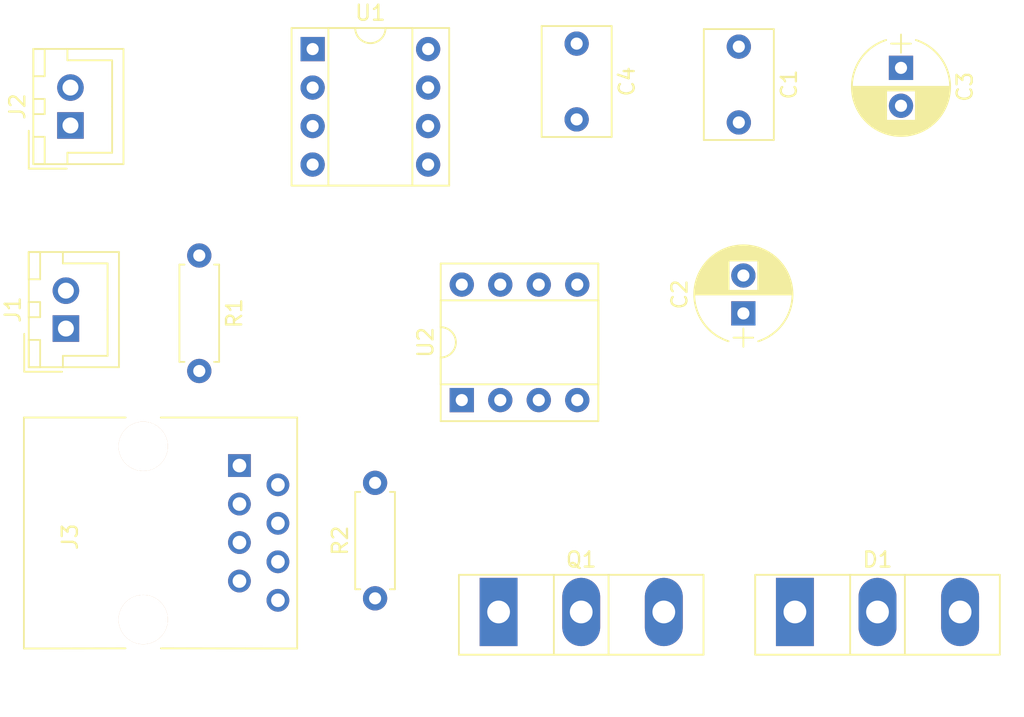
<source format=kicad_pcb>
(kicad_pcb (version 4) (host pcbnew 4.0.6)

  (general
    (links 23)
    (no_connects 23)
    (area 0 0 0 0)
    (thickness 1.6)
    (drawings 0)
    (tracks 0)
    (zones 0)
    (modules 13)
    (nets 22)
  )

  (page A4)
  (layers
    (0 F.Cu signal)
    (31 B.Cu signal)
    (32 B.Adhes user)
    (33 F.Adhes user)
    (34 B.Paste user)
    (35 F.Paste user)
    (36 B.SilkS user)
    (37 F.SilkS user)
    (38 B.Mask user)
    (39 F.Mask user)
    (40 Dwgs.User user)
    (41 Cmts.User user)
    (42 Eco1.User user)
    (43 Eco2.User user)
    (44 Edge.Cuts user)
    (45 Margin user)
    (46 B.CrtYd user)
    (47 F.CrtYd user)
    (48 B.Fab user)
    (49 F.Fab user)
  )

  (setup
    (last_trace_width 0.25)
    (trace_clearance 0.2)
    (zone_clearance 0.508)
    (zone_45_only no)
    (trace_min 0.2)
    (segment_width 0.2)
    (edge_width 0.15)
    (via_size 0.6)
    (via_drill 0.4)
    (via_min_size 0.4)
    (via_min_drill 0.3)
    (uvia_size 0.3)
    (uvia_drill 0.1)
    (uvias_allowed no)
    (uvia_min_size 0.2)
    (uvia_min_drill 0.1)
    (pcb_text_width 0.3)
    (pcb_text_size 1.5 1.5)
    (mod_edge_width 0.15)
    (mod_text_size 1 1)
    (mod_text_width 0.15)
    (pad_size 1.524 1.524)
    (pad_drill 0.762)
    (pad_to_mask_clearance 0.2)
    (aux_axis_origin 0 0)
    (visible_elements FFFFEF7F)
    (pcbplotparams
      (layerselection 0x00030_80000001)
      (usegerberextensions false)
      (excludeedgelayer true)
      (linewidth 0.100000)
      (plotframeref false)
      (viasonmask false)
      (mode 1)
      (useauxorigin false)
      (hpglpennumber 1)
      (hpglpenspeed 20)
      (hpglpendiameter 15)
      (hpglpenoverlay 2)
      (psnegative false)
      (psa4output false)
      (plotreference true)
      (plotvalue true)
      (plotinvisibletext false)
      (padsonsilk false)
      (subtractmaskfromsilk false)
      (outputformat 1)
      (mirror false)
      (drillshape 1)
      (scaleselection 1)
      (outputdirectory ""))
  )

  (net 0 "")
  (net 1 VCC_ISO)
  (net 2 GND_ISO)
  (net 3 "Net-(C2-Pad1)")
  (net 4 "Net-(D1-Pad1)")
  (net 5 "Net-(D1-Pad3)")
  (net 6 ARD_GND)
  (net 7 "Net-(J1-Pad2)")
  (net 8 VCC)
  (net 9 GND)
  (net 10 ARD_5V)
  (net 11 "Net-(J3-Pad2)")
  (net 12 ARD_PWM)
  (net 13 ARD_SRC_V)
  (net 14 ARD_TEMP)
  (net 15 "Net-(J3-Pad6)")
  (net 16 "Net-(J3-Pad7)")
  (net 17 "Net-(J4-Pad1)")
  (net 18 "Net-(R2-Pad2)")
  (net 19 "Net-(U2-Pad1)")
  (net 20 "Net-(U2-Pad7)")
  (net 21 "Net-(U2-Pad4)")

  (net_class Default "This is the default net class."
    (clearance 0.2)
    (trace_width 0.25)
    (via_dia 0.6)
    (via_drill 0.4)
    (uvia_dia 0.3)
    (uvia_drill 0.1)
    (add_net ARD_5V)
    (add_net ARD_GND)
    (add_net ARD_PWM)
    (add_net ARD_SRC_V)
    (add_net ARD_TEMP)
    (add_net GND)
    (add_net GND_ISO)
    (add_net "Net-(C2-Pad1)")
    (add_net "Net-(D1-Pad1)")
    (add_net "Net-(D1-Pad3)")
    (add_net "Net-(J1-Pad2)")
    (add_net "Net-(J3-Pad2)")
    (add_net "Net-(J3-Pad6)")
    (add_net "Net-(J3-Pad7)")
    (add_net "Net-(J4-Pad1)")
    (add_net "Net-(R2-Pad2)")
    (add_net "Net-(U2-Pad1)")
    (add_net "Net-(U2-Pad4)")
    (add_net "Net-(U2-Pad7)")
    (add_net VCC)
    (add_net VCC_ISO)
  )

  (module Capacitors_THT:C_Rect_L7.2mm_W4.5mm_P5.00mm_FKS2_FKP2_MKS2_MKP2 (layer F.Cu) (tedit 5920C257) (tstamp 593ECFE8)
    (at 153.6 75 270)
    (descr "C, Rect series, Radial, pin pitch=5.00mm, , length*width=7.2*4.5mm^2, Capacitor, http://www.wima.com/EN/WIMA_FKS_2.pdf")
    (tags "C Rect series Radial pin pitch 5.00mm  length 7.2mm width 4.5mm Capacitor")
    (path /592EA608)
    (fp_text reference C1 (at 2.5 -3.31 270) (layer F.SilkS)
      (effects (font (size 1 1) (thickness 0.15)))
    )
    (fp_text value 100nF (at 2.5 3.31 270) (layer F.Fab)
      (effects (font (size 1 1) (thickness 0.15)))
    )
    (fp_text user %R (at 2.5 0 270) (layer F.Fab)
      (effects (font (size 1 1) (thickness 0.15)))
    )
    (fp_line (start -1.1 -2.25) (end -1.1 2.25) (layer F.Fab) (width 0.1))
    (fp_line (start -1.1 2.25) (end 6.1 2.25) (layer F.Fab) (width 0.1))
    (fp_line (start 6.1 2.25) (end 6.1 -2.25) (layer F.Fab) (width 0.1))
    (fp_line (start 6.1 -2.25) (end -1.1 -2.25) (layer F.Fab) (width 0.1))
    (fp_line (start -1.16 -2.31) (end 6.16 -2.31) (layer F.SilkS) (width 0.12))
    (fp_line (start -1.16 2.31) (end 6.16 2.31) (layer F.SilkS) (width 0.12))
    (fp_line (start -1.16 -2.31) (end -1.16 2.31) (layer F.SilkS) (width 0.12))
    (fp_line (start 6.16 -2.31) (end 6.16 2.31) (layer F.SilkS) (width 0.12))
    (fp_line (start -1.45 -2.6) (end -1.45 2.6) (layer F.CrtYd) (width 0.05))
    (fp_line (start -1.45 2.6) (end 6.45 2.6) (layer F.CrtYd) (width 0.05))
    (fp_line (start 6.45 2.6) (end 6.45 -2.6) (layer F.CrtYd) (width 0.05))
    (fp_line (start 6.45 -2.6) (end -1.45 -2.6) (layer F.CrtYd) (width 0.05))
    (pad 1 thru_hole circle (at 0 0 270) (size 1.6 1.6) (drill 0.8) (layers *.Cu *.Mask)
      (net 1 VCC_ISO))
    (pad 2 thru_hole circle (at 5 0 270) (size 1.6 1.6) (drill 0.8) (layers *.Cu *.Mask)
      (net 2 GND_ISO))
    (model ${KISYS3DMOD}/Capacitors_THT.3dshapes/C_Rect_L7.2mm_W4.5mm_P5.00mm_FKS2_FKP2_MKS2_MKP2.wrl
      (at (xyz 0 0 0))
      (scale (xyz 1 1 1))
      (rotate (xyz 0 0 0))
    )
  )

  (module Capacitors_THT:CP_Radial_D6.3mm_P2.50mm (layer F.Cu) (tedit 5920C257) (tstamp 593ECFEE)
    (at 153.9 92.6 90)
    (descr "CP, Radial series, Radial, pin pitch=2.50mm, , diameter=6.3mm, Electrolytic Capacitor")
    (tags "CP Radial series Radial pin pitch 2.50mm  diameter 6.3mm Electrolytic Capacitor")
    (path /592ED18A)
    (fp_text reference C2 (at 1.25 -4.21 90) (layer F.SilkS)
      (effects (font (size 1 1) (thickness 0.15)))
    )
    (fp_text value 4.7uF (at 1.25 4.21 90) (layer F.Fab)
      (effects (font (size 1 1) (thickness 0.15)))
    )
    (fp_text user %R (at 1.1 0 90) (layer F.Fab)
      (effects (font (size 1 1) (thickness 0.15)))
    )
    (fp_line (start -2.2 0) (end -1 0) (layer F.Fab) (width 0.1))
    (fp_line (start -1.6 -0.65) (end -1.6 0.65) (layer F.Fab) (width 0.1))
    (fp_line (start 1.25 -3.2) (end 1.25 3.2) (layer F.SilkS) (width 0.12))
    (fp_line (start 1.29 -3.2) (end 1.29 3.2) (layer F.SilkS) (width 0.12))
    (fp_line (start 1.33 -3.2) (end 1.33 3.2) (layer F.SilkS) (width 0.12))
    (fp_line (start 1.37 -3.198) (end 1.37 3.198) (layer F.SilkS) (width 0.12))
    (fp_line (start 1.41 -3.197) (end 1.41 3.197) (layer F.SilkS) (width 0.12))
    (fp_line (start 1.45 -3.194) (end 1.45 3.194) (layer F.SilkS) (width 0.12))
    (fp_line (start 1.49 -3.192) (end 1.49 3.192) (layer F.SilkS) (width 0.12))
    (fp_line (start 1.53 -3.188) (end 1.53 -0.98) (layer F.SilkS) (width 0.12))
    (fp_line (start 1.53 0.98) (end 1.53 3.188) (layer F.SilkS) (width 0.12))
    (fp_line (start 1.57 -3.185) (end 1.57 -0.98) (layer F.SilkS) (width 0.12))
    (fp_line (start 1.57 0.98) (end 1.57 3.185) (layer F.SilkS) (width 0.12))
    (fp_line (start 1.61 -3.18) (end 1.61 -0.98) (layer F.SilkS) (width 0.12))
    (fp_line (start 1.61 0.98) (end 1.61 3.18) (layer F.SilkS) (width 0.12))
    (fp_line (start 1.65 -3.176) (end 1.65 -0.98) (layer F.SilkS) (width 0.12))
    (fp_line (start 1.65 0.98) (end 1.65 3.176) (layer F.SilkS) (width 0.12))
    (fp_line (start 1.69 -3.17) (end 1.69 -0.98) (layer F.SilkS) (width 0.12))
    (fp_line (start 1.69 0.98) (end 1.69 3.17) (layer F.SilkS) (width 0.12))
    (fp_line (start 1.73 -3.165) (end 1.73 -0.98) (layer F.SilkS) (width 0.12))
    (fp_line (start 1.73 0.98) (end 1.73 3.165) (layer F.SilkS) (width 0.12))
    (fp_line (start 1.77 -3.158) (end 1.77 -0.98) (layer F.SilkS) (width 0.12))
    (fp_line (start 1.77 0.98) (end 1.77 3.158) (layer F.SilkS) (width 0.12))
    (fp_line (start 1.81 -3.152) (end 1.81 -0.98) (layer F.SilkS) (width 0.12))
    (fp_line (start 1.81 0.98) (end 1.81 3.152) (layer F.SilkS) (width 0.12))
    (fp_line (start 1.85 -3.144) (end 1.85 -0.98) (layer F.SilkS) (width 0.12))
    (fp_line (start 1.85 0.98) (end 1.85 3.144) (layer F.SilkS) (width 0.12))
    (fp_line (start 1.89 -3.137) (end 1.89 -0.98) (layer F.SilkS) (width 0.12))
    (fp_line (start 1.89 0.98) (end 1.89 3.137) (layer F.SilkS) (width 0.12))
    (fp_line (start 1.93 -3.128) (end 1.93 -0.98) (layer F.SilkS) (width 0.12))
    (fp_line (start 1.93 0.98) (end 1.93 3.128) (layer F.SilkS) (width 0.12))
    (fp_line (start 1.971 -3.119) (end 1.971 -0.98) (layer F.SilkS) (width 0.12))
    (fp_line (start 1.971 0.98) (end 1.971 3.119) (layer F.SilkS) (width 0.12))
    (fp_line (start 2.011 -3.11) (end 2.011 -0.98) (layer F.SilkS) (width 0.12))
    (fp_line (start 2.011 0.98) (end 2.011 3.11) (layer F.SilkS) (width 0.12))
    (fp_line (start 2.051 -3.1) (end 2.051 -0.98) (layer F.SilkS) (width 0.12))
    (fp_line (start 2.051 0.98) (end 2.051 3.1) (layer F.SilkS) (width 0.12))
    (fp_line (start 2.091 -3.09) (end 2.091 -0.98) (layer F.SilkS) (width 0.12))
    (fp_line (start 2.091 0.98) (end 2.091 3.09) (layer F.SilkS) (width 0.12))
    (fp_line (start 2.131 -3.079) (end 2.131 -0.98) (layer F.SilkS) (width 0.12))
    (fp_line (start 2.131 0.98) (end 2.131 3.079) (layer F.SilkS) (width 0.12))
    (fp_line (start 2.171 -3.067) (end 2.171 -0.98) (layer F.SilkS) (width 0.12))
    (fp_line (start 2.171 0.98) (end 2.171 3.067) (layer F.SilkS) (width 0.12))
    (fp_line (start 2.211 -3.055) (end 2.211 -0.98) (layer F.SilkS) (width 0.12))
    (fp_line (start 2.211 0.98) (end 2.211 3.055) (layer F.SilkS) (width 0.12))
    (fp_line (start 2.251 -3.042) (end 2.251 -0.98) (layer F.SilkS) (width 0.12))
    (fp_line (start 2.251 0.98) (end 2.251 3.042) (layer F.SilkS) (width 0.12))
    (fp_line (start 2.291 -3.029) (end 2.291 -0.98) (layer F.SilkS) (width 0.12))
    (fp_line (start 2.291 0.98) (end 2.291 3.029) (layer F.SilkS) (width 0.12))
    (fp_line (start 2.331 -3.015) (end 2.331 -0.98) (layer F.SilkS) (width 0.12))
    (fp_line (start 2.331 0.98) (end 2.331 3.015) (layer F.SilkS) (width 0.12))
    (fp_line (start 2.371 -3.001) (end 2.371 -0.98) (layer F.SilkS) (width 0.12))
    (fp_line (start 2.371 0.98) (end 2.371 3.001) (layer F.SilkS) (width 0.12))
    (fp_line (start 2.411 -2.986) (end 2.411 -0.98) (layer F.SilkS) (width 0.12))
    (fp_line (start 2.411 0.98) (end 2.411 2.986) (layer F.SilkS) (width 0.12))
    (fp_line (start 2.451 -2.97) (end 2.451 -0.98) (layer F.SilkS) (width 0.12))
    (fp_line (start 2.451 0.98) (end 2.451 2.97) (layer F.SilkS) (width 0.12))
    (fp_line (start 2.491 -2.954) (end 2.491 -0.98) (layer F.SilkS) (width 0.12))
    (fp_line (start 2.491 0.98) (end 2.491 2.954) (layer F.SilkS) (width 0.12))
    (fp_line (start 2.531 -2.937) (end 2.531 -0.98) (layer F.SilkS) (width 0.12))
    (fp_line (start 2.531 0.98) (end 2.531 2.937) (layer F.SilkS) (width 0.12))
    (fp_line (start 2.571 -2.919) (end 2.571 -0.98) (layer F.SilkS) (width 0.12))
    (fp_line (start 2.571 0.98) (end 2.571 2.919) (layer F.SilkS) (width 0.12))
    (fp_line (start 2.611 -2.901) (end 2.611 -0.98) (layer F.SilkS) (width 0.12))
    (fp_line (start 2.611 0.98) (end 2.611 2.901) (layer F.SilkS) (width 0.12))
    (fp_line (start 2.651 -2.882) (end 2.651 -0.98) (layer F.SilkS) (width 0.12))
    (fp_line (start 2.651 0.98) (end 2.651 2.882) (layer F.SilkS) (width 0.12))
    (fp_line (start 2.691 -2.863) (end 2.691 -0.98) (layer F.SilkS) (width 0.12))
    (fp_line (start 2.691 0.98) (end 2.691 2.863) (layer F.SilkS) (width 0.12))
    (fp_line (start 2.731 -2.843) (end 2.731 -0.98) (layer F.SilkS) (width 0.12))
    (fp_line (start 2.731 0.98) (end 2.731 2.843) (layer F.SilkS) (width 0.12))
    (fp_line (start 2.771 -2.822) (end 2.771 -0.98) (layer F.SilkS) (width 0.12))
    (fp_line (start 2.771 0.98) (end 2.771 2.822) (layer F.SilkS) (width 0.12))
    (fp_line (start 2.811 -2.8) (end 2.811 -0.98) (layer F.SilkS) (width 0.12))
    (fp_line (start 2.811 0.98) (end 2.811 2.8) (layer F.SilkS) (width 0.12))
    (fp_line (start 2.851 -2.778) (end 2.851 -0.98) (layer F.SilkS) (width 0.12))
    (fp_line (start 2.851 0.98) (end 2.851 2.778) (layer F.SilkS) (width 0.12))
    (fp_line (start 2.891 -2.755) (end 2.891 -0.98) (layer F.SilkS) (width 0.12))
    (fp_line (start 2.891 0.98) (end 2.891 2.755) (layer F.SilkS) (width 0.12))
    (fp_line (start 2.931 -2.731) (end 2.931 -0.98) (layer F.SilkS) (width 0.12))
    (fp_line (start 2.931 0.98) (end 2.931 2.731) (layer F.SilkS) (width 0.12))
    (fp_line (start 2.971 -2.706) (end 2.971 -0.98) (layer F.SilkS) (width 0.12))
    (fp_line (start 2.971 0.98) (end 2.971 2.706) (layer F.SilkS) (width 0.12))
    (fp_line (start 3.011 -2.681) (end 3.011 -0.98) (layer F.SilkS) (width 0.12))
    (fp_line (start 3.011 0.98) (end 3.011 2.681) (layer F.SilkS) (width 0.12))
    (fp_line (start 3.051 -2.654) (end 3.051 -0.98) (layer F.SilkS) (width 0.12))
    (fp_line (start 3.051 0.98) (end 3.051 2.654) (layer F.SilkS) (width 0.12))
    (fp_line (start 3.091 -2.627) (end 3.091 -0.98) (layer F.SilkS) (width 0.12))
    (fp_line (start 3.091 0.98) (end 3.091 2.627) (layer F.SilkS) (width 0.12))
    (fp_line (start 3.131 -2.599) (end 3.131 -0.98) (layer F.SilkS) (width 0.12))
    (fp_line (start 3.131 0.98) (end 3.131 2.599) (layer F.SilkS) (width 0.12))
    (fp_line (start 3.171 -2.57) (end 3.171 -0.98) (layer F.SilkS) (width 0.12))
    (fp_line (start 3.171 0.98) (end 3.171 2.57) (layer F.SilkS) (width 0.12))
    (fp_line (start 3.211 -2.54) (end 3.211 -0.98) (layer F.SilkS) (width 0.12))
    (fp_line (start 3.211 0.98) (end 3.211 2.54) (layer F.SilkS) (width 0.12))
    (fp_line (start 3.251 -2.51) (end 3.251 -0.98) (layer F.SilkS) (width 0.12))
    (fp_line (start 3.251 0.98) (end 3.251 2.51) (layer F.SilkS) (width 0.12))
    (fp_line (start 3.291 -2.478) (end 3.291 -0.98) (layer F.SilkS) (width 0.12))
    (fp_line (start 3.291 0.98) (end 3.291 2.478) (layer F.SilkS) (width 0.12))
    (fp_line (start 3.331 -2.445) (end 3.331 -0.98) (layer F.SilkS) (width 0.12))
    (fp_line (start 3.331 0.98) (end 3.331 2.445) (layer F.SilkS) (width 0.12))
    (fp_line (start 3.371 -2.411) (end 3.371 -0.98) (layer F.SilkS) (width 0.12))
    (fp_line (start 3.371 0.98) (end 3.371 2.411) (layer F.SilkS) (width 0.12))
    (fp_line (start 3.411 -2.375) (end 3.411 -0.98) (layer F.SilkS) (width 0.12))
    (fp_line (start 3.411 0.98) (end 3.411 2.375) (layer F.SilkS) (width 0.12))
    (fp_line (start 3.451 -2.339) (end 3.451 -0.98) (layer F.SilkS) (width 0.12))
    (fp_line (start 3.451 0.98) (end 3.451 2.339) (layer F.SilkS) (width 0.12))
    (fp_line (start 3.491 -2.301) (end 3.491 2.301) (layer F.SilkS) (width 0.12))
    (fp_line (start 3.531 -2.262) (end 3.531 2.262) (layer F.SilkS) (width 0.12))
    (fp_line (start 3.571 -2.222) (end 3.571 2.222) (layer F.SilkS) (width 0.12))
    (fp_line (start 3.611 -2.18) (end 3.611 2.18) (layer F.SilkS) (width 0.12))
    (fp_line (start 3.651 -2.137) (end 3.651 2.137) (layer F.SilkS) (width 0.12))
    (fp_line (start 3.691 -2.092) (end 3.691 2.092) (layer F.SilkS) (width 0.12))
    (fp_line (start 3.731 -2.045) (end 3.731 2.045) (layer F.SilkS) (width 0.12))
    (fp_line (start 3.771 -1.997) (end 3.771 1.997) (layer F.SilkS) (width 0.12))
    (fp_line (start 3.811 -1.946) (end 3.811 1.946) (layer F.SilkS) (width 0.12))
    (fp_line (start 3.851 -1.894) (end 3.851 1.894) (layer F.SilkS) (width 0.12))
    (fp_line (start 3.891 -1.839) (end 3.891 1.839) (layer F.SilkS) (width 0.12))
    (fp_line (start 3.931 -1.781) (end 3.931 1.781) (layer F.SilkS) (width 0.12))
    (fp_line (start 3.971 -1.721) (end 3.971 1.721) (layer F.SilkS) (width 0.12))
    (fp_line (start 4.011 -1.658) (end 4.011 1.658) (layer F.SilkS) (width 0.12))
    (fp_line (start 4.051 -1.591) (end 4.051 1.591) (layer F.SilkS) (width 0.12))
    (fp_line (start 4.091 -1.52) (end 4.091 1.52) (layer F.SilkS) (width 0.12))
    (fp_line (start 4.131 -1.445) (end 4.131 1.445) (layer F.SilkS) (width 0.12))
    (fp_line (start 4.171 -1.364) (end 4.171 1.364) (layer F.SilkS) (width 0.12))
    (fp_line (start 4.211 -1.278) (end 4.211 1.278) (layer F.SilkS) (width 0.12))
    (fp_line (start 4.251 -1.184) (end 4.251 1.184) (layer F.SilkS) (width 0.12))
    (fp_line (start 4.291 -1.081) (end 4.291 1.081) (layer F.SilkS) (width 0.12))
    (fp_line (start 4.331 -0.966) (end 4.331 0.966) (layer F.SilkS) (width 0.12))
    (fp_line (start 4.371 -0.834) (end 4.371 0.834) (layer F.SilkS) (width 0.12))
    (fp_line (start 4.411 -0.676) (end 4.411 0.676) (layer F.SilkS) (width 0.12))
    (fp_line (start 4.451 -0.468) (end 4.451 0.468) (layer F.SilkS) (width 0.12))
    (fp_line (start -2.2 0) (end -1 0) (layer F.SilkS) (width 0.12))
    (fp_line (start -1.6 -0.65) (end -1.6 0.65) (layer F.SilkS) (width 0.12))
    (fp_line (start -2.25 -3.5) (end -2.25 3.5) (layer F.CrtYd) (width 0.05))
    (fp_line (start -2.25 3.5) (end 4.75 3.5) (layer F.CrtYd) (width 0.05))
    (fp_line (start 4.75 3.5) (end 4.75 -3.5) (layer F.CrtYd) (width 0.05))
    (fp_line (start 4.75 -3.5) (end -2.25 -3.5) (layer F.CrtYd) (width 0.05))
    (fp_circle (center 1.25 0) (end 4.4 0) (layer F.Fab) (width 0.1))
    (fp_arc (start 1.25 0) (end -1.838236 -0.98) (angle 144.8) (layer F.SilkS) (width 0.12))
    (fp_arc (start 1.25 0) (end -1.838236 0.98) (angle -144.8) (layer F.SilkS) (width 0.12))
    (fp_arc (start 1.25 0) (end 4.338236 -0.98) (angle 35.2) (layer F.SilkS) (width 0.12))
    (pad 1 thru_hole rect (at 0 0 90) (size 1.6 1.6) (drill 0.8) (layers *.Cu *.Mask)
      (net 3 "Net-(C2-Pad1)"))
    (pad 2 thru_hole circle (at 2.5 0 90) (size 1.6 1.6) (drill 0.8) (layers *.Cu *.Mask)
      (net 2 GND_ISO))
    (model ${KISYS3DMOD}/Capacitors_THT.3dshapes/CP_Radial_D6.3mm_P2.50mm.wrl
      (at (xyz 0 0 0))
      (scale (xyz 1 1 1))
      (rotate (xyz 0 0 0))
    )
  )

  (module Capacitors_THT:CP_Radial_D6.3mm_P2.50mm (layer F.Cu) (tedit 5920C257) (tstamp 593ECFF4)
    (at 164.3 76.4 270)
    (descr "CP, Radial series, Radial, pin pitch=2.50mm, , diameter=6.3mm, Electrolytic Capacitor")
    (tags "CP Radial series Radial pin pitch 2.50mm  diameter 6.3mm Electrolytic Capacitor")
    (path /592ACB50)
    (fp_text reference C3 (at 1.25 -4.21 270) (layer F.SilkS)
      (effects (font (size 1 1) (thickness 0.15)))
    )
    (fp_text value 4.7uF (at 1.25 4.21 270) (layer F.Fab)
      (effects (font (size 1 1) (thickness 0.15)))
    )
    (fp_text user %R (at 1.1 0 270) (layer F.Fab)
      (effects (font (size 1 1) (thickness 0.15)))
    )
    (fp_line (start -2.2 0) (end -1 0) (layer F.Fab) (width 0.1))
    (fp_line (start -1.6 -0.65) (end -1.6 0.65) (layer F.Fab) (width 0.1))
    (fp_line (start 1.25 -3.2) (end 1.25 3.2) (layer F.SilkS) (width 0.12))
    (fp_line (start 1.29 -3.2) (end 1.29 3.2) (layer F.SilkS) (width 0.12))
    (fp_line (start 1.33 -3.2) (end 1.33 3.2) (layer F.SilkS) (width 0.12))
    (fp_line (start 1.37 -3.198) (end 1.37 3.198) (layer F.SilkS) (width 0.12))
    (fp_line (start 1.41 -3.197) (end 1.41 3.197) (layer F.SilkS) (width 0.12))
    (fp_line (start 1.45 -3.194) (end 1.45 3.194) (layer F.SilkS) (width 0.12))
    (fp_line (start 1.49 -3.192) (end 1.49 3.192) (layer F.SilkS) (width 0.12))
    (fp_line (start 1.53 -3.188) (end 1.53 -0.98) (layer F.SilkS) (width 0.12))
    (fp_line (start 1.53 0.98) (end 1.53 3.188) (layer F.SilkS) (width 0.12))
    (fp_line (start 1.57 -3.185) (end 1.57 -0.98) (layer F.SilkS) (width 0.12))
    (fp_line (start 1.57 0.98) (end 1.57 3.185) (layer F.SilkS) (width 0.12))
    (fp_line (start 1.61 -3.18) (end 1.61 -0.98) (layer F.SilkS) (width 0.12))
    (fp_line (start 1.61 0.98) (end 1.61 3.18) (layer F.SilkS) (width 0.12))
    (fp_line (start 1.65 -3.176) (end 1.65 -0.98) (layer F.SilkS) (width 0.12))
    (fp_line (start 1.65 0.98) (end 1.65 3.176) (layer F.SilkS) (width 0.12))
    (fp_line (start 1.69 -3.17) (end 1.69 -0.98) (layer F.SilkS) (width 0.12))
    (fp_line (start 1.69 0.98) (end 1.69 3.17) (layer F.SilkS) (width 0.12))
    (fp_line (start 1.73 -3.165) (end 1.73 -0.98) (layer F.SilkS) (width 0.12))
    (fp_line (start 1.73 0.98) (end 1.73 3.165) (layer F.SilkS) (width 0.12))
    (fp_line (start 1.77 -3.158) (end 1.77 -0.98) (layer F.SilkS) (width 0.12))
    (fp_line (start 1.77 0.98) (end 1.77 3.158) (layer F.SilkS) (width 0.12))
    (fp_line (start 1.81 -3.152) (end 1.81 -0.98) (layer F.SilkS) (width 0.12))
    (fp_line (start 1.81 0.98) (end 1.81 3.152) (layer F.SilkS) (width 0.12))
    (fp_line (start 1.85 -3.144) (end 1.85 -0.98) (layer F.SilkS) (width 0.12))
    (fp_line (start 1.85 0.98) (end 1.85 3.144) (layer F.SilkS) (width 0.12))
    (fp_line (start 1.89 -3.137) (end 1.89 -0.98) (layer F.SilkS) (width 0.12))
    (fp_line (start 1.89 0.98) (end 1.89 3.137) (layer F.SilkS) (width 0.12))
    (fp_line (start 1.93 -3.128) (end 1.93 -0.98) (layer F.SilkS) (width 0.12))
    (fp_line (start 1.93 0.98) (end 1.93 3.128) (layer F.SilkS) (width 0.12))
    (fp_line (start 1.971 -3.119) (end 1.971 -0.98) (layer F.SilkS) (width 0.12))
    (fp_line (start 1.971 0.98) (end 1.971 3.119) (layer F.SilkS) (width 0.12))
    (fp_line (start 2.011 -3.11) (end 2.011 -0.98) (layer F.SilkS) (width 0.12))
    (fp_line (start 2.011 0.98) (end 2.011 3.11) (layer F.SilkS) (width 0.12))
    (fp_line (start 2.051 -3.1) (end 2.051 -0.98) (layer F.SilkS) (width 0.12))
    (fp_line (start 2.051 0.98) (end 2.051 3.1) (layer F.SilkS) (width 0.12))
    (fp_line (start 2.091 -3.09) (end 2.091 -0.98) (layer F.SilkS) (width 0.12))
    (fp_line (start 2.091 0.98) (end 2.091 3.09) (layer F.SilkS) (width 0.12))
    (fp_line (start 2.131 -3.079) (end 2.131 -0.98) (layer F.SilkS) (width 0.12))
    (fp_line (start 2.131 0.98) (end 2.131 3.079) (layer F.SilkS) (width 0.12))
    (fp_line (start 2.171 -3.067) (end 2.171 -0.98) (layer F.SilkS) (width 0.12))
    (fp_line (start 2.171 0.98) (end 2.171 3.067) (layer F.SilkS) (width 0.12))
    (fp_line (start 2.211 -3.055) (end 2.211 -0.98) (layer F.SilkS) (width 0.12))
    (fp_line (start 2.211 0.98) (end 2.211 3.055) (layer F.SilkS) (width 0.12))
    (fp_line (start 2.251 -3.042) (end 2.251 -0.98) (layer F.SilkS) (width 0.12))
    (fp_line (start 2.251 0.98) (end 2.251 3.042) (layer F.SilkS) (width 0.12))
    (fp_line (start 2.291 -3.029) (end 2.291 -0.98) (layer F.SilkS) (width 0.12))
    (fp_line (start 2.291 0.98) (end 2.291 3.029) (layer F.SilkS) (width 0.12))
    (fp_line (start 2.331 -3.015) (end 2.331 -0.98) (layer F.SilkS) (width 0.12))
    (fp_line (start 2.331 0.98) (end 2.331 3.015) (layer F.SilkS) (width 0.12))
    (fp_line (start 2.371 -3.001) (end 2.371 -0.98) (layer F.SilkS) (width 0.12))
    (fp_line (start 2.371 0.98) (end 2.371 3.001) (layer F.SilkS) (width 0.12))
    (fp_line (start 2.411 -2.986) (end 2.411 -0.98) (layer F.SilkS) (width 0.12))
    (fp_line (start 2.411 0.98) (end 2.411 2.986) (layer F.SilkS) (width 0.12))
    (fp_line (start 2.451 -2.97) (end 2.451 -0.98) (layer F.SilkS) (width 0.12))
    (fp_line (start 2.451 0.98) (end 2.451 2.97) (layer F.SilkS) (width 0.12))
    (fp_line (start 2.491 -2.954) (end 2.491 -0.98) (layer F.SilkS) (width 0.12))
    (fp_line (start 2.491 0.98) (end 2.491 2.954) (layer F.SilkS) (width 0.12))
    (fp_line (start 2.531 -2.937) (end 2.531 -0.98) (layer F.SilkS) (width 0.12))
    (fp_line (start 2.531 0.98) (end 2.531 2.937) (layer F.SilkS) (width 0.12))
    (fp_line (start 2.571 -2.919) (end 2.571 -0.98) (layer F.SilkS) (width 0.12))
    (fp_line (start 2.571 0.98) (end 2.571 2.919) (layer F.SilkS) (width 0.12))
    (fp_line (start 2.611 -2.901) (end 2.611 -0.98) (layer F.SilkS) (width 0.12))
    (fp_line (start 2.611 0.98) (end 2.611 2.901) (layer F.SilkS) (width 0.12))
    (fp_line (start 2.651 -2.882) (end 2.651 -0.98) (layer F.SilkS) (width 0.12))
    (fp_line (start 2.651 0.98) (end 2.651 2.882) (layer F.SilkS) (width 0.12))
    (fp_line (start 2.691 -2.863) (end 2.691 -0.98) (layer F.SilkS) (width 0.12))
    (fp_line (start 2.691 0.98) (end 2.691 2.863) (layer F.SilkS) (width 0.12))
    (fp_line (start 2.731 -2.843) (end 2.731 -0.98) (layer F.SilkS) (width 0.12))
    (fp_line (start 2.731 0.98) (end 2.731 2.843) (layer F.SilkS) (width 0.12))
    (fp_line (start 2.771 -2.822) (end 2.771 -0.98) (layer F.SilkS) (width 0.12))
    (fp_line (start 2.771 0.98) (end 2.771 2.822) (layer F.SilkS) (width 0.12))
    (fp_line (start 2.811 -2.8) (end 2.811 -0.98) (layer F.SilkS) (width 0.12))
    (fp_line (start 2.811 0.98) (end 2.811 2.8) (layer F.SilkS) (width 0.12))
    (fp_line (start 2.851 -2.778) (end 2.851 -0.98) (layer F.SilkS) (width 0.12))
    (fp_line (start 2.851 0.98) (end 2.851 2.778) (layer F.SilkS) (width 0.12))
    (fp_line (start 2.891 -2.755) (end 2.891 -0.98) (layer F.SilkS) (width 0.12))
    (fp_line (start 2.891 0.98) (end 2.891 2.755) (layer F.SilkS) (width 0.12))
    (fp_line (start 2.931 -2.731) (end 2.931 -0.98) (layer F.SilkS) (width 0.12))
    (fp_line (start 2.931 0.98) (end 2.931 2.731) (layer F.SilkS) (width 0.12))
    (fp_line (start 2.971 -2.706) (end 2.971 -0.98) (layer F.SilkS) (width 0.12))
    (fp_line (start 2.971 0.98) (end 2.971 2.706) (layer F.SilkS) (width 0.12))
    (fp_line (start 3.011 -2.681) (end 3.011 -0.98) (layer F.SilkS) (width 0.12))
    (fp_line (start 3.011 0.98) (end 3.011 2.681) (layer F.SilkS) (width 0.12))
    (fp_line (start 3.051 -2.654) (end 3.051 -0.98) (layer F.SilkS) (width 0.12))
    (fp_line (start 3.051 0.98) (end 3.051 2.654) (layer F.SilkS) (width 0.12))
    (fp_line (start 3.091 -2.627) (end 3.091 -0.98) (layer F.SilkS) (width 0.12))
    (fp_line (start 3.091 0.98) (end 3.091 2.627) (layer F.SilkS) (width 0.12))
    (fp_line (start 3.131 -2.599) (end 3.131 -0.98) (layer F.SilkS) (width 0.12))
    (fp_line (start 3.131 0.98) (end 3.131 2.599) (layer F.SilkS) (width 0.12))
    (fp_line (start 3.171 -2.57) (end 3.171 -0.98) (layer F.SilkS) (width 0.12))
    (fp_line (start 3.171 0.98) (end 3.171 2.57) (layer F.SilkS) (width 0.12))
    (fp_line (start 3.211 -2.54) (end 3.211 -0.98) (layer F.SilkS) (width 0.12))
    (fp_line (start 3.211 0.98) (end 3.211 2.54) (layer F.SilkS) (width 0.12))
    (fp_line (start 3.251 -2.51) (end 3.251 -0.98) (layer F.SilkS) (width 0.12))
    (fp_line (start 3.251 0.98) (end 3.251 2.51) (layer F.SilkS) (width 0.12))
    (fp_line (start 3.291 -2.478) (end 3.291 -0.98) (layer F.SilkS) (width 0.12))
    (fp_line (start 3.291 0.98) (end 3.291 2.478) (layer F.SilkS) (width 0.12))
    (fp_line (start 3.331 -2.445) (end 3.331 -0.98) (layer F.SilkS) (width 0.12))
    (fp_line (start 3.331 0.98) (end 3.331 2.445) (layer F.SilkS) (width 0.12))
    (fp_line (start 3.371 -2.411) (end 3.371 -0.98) (layer F.SilkS) (width 0.12))
    (fp_line (start 3.371 0.98) (end 3.371 2.411) (layer F.SilkS) (width 0.12))
    (fp_line (start 3.411 -2.375) (end 3.411 -0.98) (layer F.SilkS) (width 0.12))
    (fp_line (start 3.411 0.98) (end 3.411 2.375) (layer F.SilkS) (width 0.12))
    (fp_line (start 3.451 -2.339) (end 3.451 -0.98) (layer F.SilkS) (width 0.12))
    (fp_line (start 3.451 0.98) (end 3.451 2.339) (layer F.SilkS) (width 0.12))
    (fp_line (start 3.491 -2.301) (end 3.491 2.301) (layer F.SilkS) (width 0.12))
    (fp_line (start 3.531 -2.262) (end 3.531 2.262) (layer F.SilkS) (width 0.12))
    (fp_line (start 3.571 -2.222) (end 3.571 2.222) (layer F.SilkS) (width 0.12))
    (fp_line (start 3.611 -2.18) (end 3.611 2.18) (layer F.SilkS) (width 0.12))
    (fp_line (start 3.651 -2.137) (end 3.651 2.137) (layer F.SilkS) (width 0.12))
    (fp_line (start 3.691 -2.092) (end 3.691 2.092) (layer F.SilkS) (width 0.12))
    (fp_line (start 3.731 -2.045) (end 3.731 2.045) (layer F.SilkS) (width 0.12))
    (fp_line (start 3.771 -1.997) (end 3.771 1.997) (layer F.SilkS) (width 0.12))
    (fp_line (start 3.811 -1.946) (end 3.811 1.946) (layer F.SilkS) (width 0.12))
    (fp_line (start 3.851 -1.894) (end 3.851 1.894) (layer F.SilkS) (width 0.12))
    (fp_line (start 3.891 -1.839) (end 3.891 1.839) (layer F.SilkS) (width 0.12))
    (fp_line (start 3.931 -1.781) (end 3.931 1.781) (layer F.SilkS) (width 0.12))
    (fp_line (start 3.971 -1.721) (end 3.971 1.721) (layer F.SilkS) (width 0.12))
    (fp_line (start 4.011 -1.658) (end 4.011 1.658) (layer F.SilkS) (width 0.12))
    (fp_line (start 4.051 -1.591) (end 4.051 1.591) (layer F.SilkS) (width 0.12))
    (fp_line (start 4.091 -1.52) (end 4.091 1.52) (layer F.SilkS) (width 0.12))
    (fp_line (start 4.131 -1.445) (end 4.131 1.445) (layer F.SilkS) (width 0.12))
    (fp_line (start 4.171 -1.364) (end 4.171 1.364) (layer F.SilkS) (width 0.12))
    (fp_line (start 4.211 -1.278) (end 4.211 1.278) (layer F.SilkS) (width 0.12))
    (fp_line (start 4.251 -1.184) (end 4.251 1.184) (layer F.SilkS) (width 0.12))
    (fp_line (start 4.291 -1.081) (end 4.291 1.081) (layer F.SilkS) (width 0.12))
    (fp_line (start 4.331 -0.966) (end 4.331 0.966) (layer F.SilkS) (width 0.12))
    (fp_line (start 4.371 -0.834) (end 4.371 0.834) (layer F.SilkS) (width 0.12))
    (fp_line (start 4.411 -0.676) (end 4.411 0.676) (layer F.SilkS) (width 0.12))
    (fp_line (start 4.451 -0.468) (end 4.451 0.468) (layer F.SilkS) (width 0.12))
    (fp_line (start -2.2 0) (end -1 0) (layer F.SilkS) (width 0.12))
    (fp_line (start -1.6 -0.65) (end -1.6 0.65) (layer F.SilkS) (width 0.12))
    (fp_line (start -2.25 -3.5) (end -2.25 3.5) (layer F.CrtYd) (width 0.05))
    (fp_line (start -2.25 3.5) (end 4.75 3.5) (layer F.CrtYd) (width 0.05))
    (fp_line (start 4.75 3.5) (end 4.75 -3.5) (layer F.CrtYd) (width 0.05))
    (fp_line (start 4.75 -3.5) (end -2.25 -3.5) (layer F.CrtYd) (width 0.05))
    (fp_circle (center 1.25 0) (end 4.4 0) (layer F.Fab) (width 0.1))
    (fp_arc (start 1.25 0) (end -1.838236 -0.98) (angle 144.8) (layer F.SilkS) (width 0.12))
    (fp_arc (start 1.25 0) (end -1.838236 0.98) (angle -144.8) (layer F.SilkS) (width 0.12))
    (fp_arc (start 1.25 0) (end 4.338236 -0.98) (angle 35.2) (layer F.SilkS) (width 0.12))
    (pad 1 thru_hole rect (at 0 0 270) (size 1.6 1.6) (drill 0.8) (layers *.Cu *.Mask)
      (net 1 VCC_ISO))
    (pad 2 thru_hole circle (at 2.5 0 270) (size 1.6 1.6) (drill 0.8) (layers *.Cu *.Mask)
      (net 2 GND_ISO))
    (model ${KISYS3DMOD}/Capacitors_THT.3dshapes/CP_Radial_D6.3mm_P2.50mm.wrl
      (at (xyz 0 0 0))
      (scale (xyz 1 1 1))
      (rotate (xyz 0 0 0))
    )
  )

  (module Capacitors_THT:C_Rect_L7.2mm_W4.5mm_P5.00mm_FKS2_FKP2_MKS2_MKP2 (layer F.Cu) (tedit 5920C257) (tstamp 593ECFFA)
    (at 142.9 74.8 270)
    (descr "C, Rect series, Radial, pin pitch=5.00mm, , length*width=7.2*4.5mm^2, Capacitor, http://www.wima.com/EN/WIMA_FKS_2.pdf")
    (tags "C Rect series Radial pin pitch 5.00mm  length 7.2mm width 4.5mm Capacitor")
    (path /592ACBF5)
    (fp_text reference C4 (at 2.5 -3.31 270) (layer F.SilkS)
      (effects (font (size 1 1) (thickness 0.15)))
    )
    (fp_text value 100nF (at 2.5 3.31 270) (layer F.Fab)
      (effects (font (size 1 1) (thickness 0.15)))
    )
    (fp_text user %R (at 2.5 0 270) (layer F.Fab)
      (effects (font (size 1 1) (thickness 0.15)))
    )
    (fp_line (start -1.1 -2.25) (end -1.1 2.25) (layer F.Fab) (width 0.1))
    (fp_line (start -1.1 2.25) (end 6.1 2.25) (layer F.Fab) (width 0.1))
    (fp_line (start 6.1 2.25) (end 6.1 -2.25) (layer F.Fab) (width 0.1))
    (fp_line (start 6.1 -2.25) (end -1.1 -2.25) (layer F.Fab) (width 0.1))
    (fp_line (start -1.16 -2.31) (end 6.16 -2.31) (layer F.SilkS) (width 0.12))
    (fp_line (start -1.16 2.31) (end 6.16 2.31) (layer F.SilkS) (width 0.12))
    (fp_line (start -1.16 -2.31) (end -1.16 2.31) (layer F.SilkS) (width 0.12))
    (fp_line (start 6.16 -2.31) (end 6.16 2.31) (layer F.SilkS) (width 0.12))
    (fp_line (start -1.45 -2.6) (end -1.45 2.6) (layer F.CrtYd) (width 0.05))
    (fp_line (start -1.45 2.6) (end 6.45 2.6) (layer F.CrtYd) (width 0.05))
    (fp_line (start 6.45 2.6) (end 6.45 -2.6) (layer F.CrtYd) (width 0.05))
    (fp_line (start 6.45 -2.6) (end -1.45 -2.6) (layer F.CrtYd) (width 0.05))
    (pad 1 thru_hole circle (at 0 0 270) (size 1.6 1.6) (drill 0.8) (layers *.Cu *.Mask)
      (net 1 VCC_ISO))
    (pad 2 thru_hole circle (at 5 0 270) (size 1.6 1.6) (drill 0.8) (layers *.Cu *.Mask)
      (net 2 GND_ISO))
    (model ${KISYS3DMOD}/Capacitors_THT.3dshapes/C_Rect_L7.2mm_W4.5mm_P5.00mm_FKS2_FKP2_MKS2_MKP2.wrl
      (at (xyz 0 0 0))
      (scale (xyz 1 1 1))
      (rotate (xyz 0 0 0))
    )
  )

  (module TO_SOT_Packages_THT:TO-247_TO-3P_Vertical (layer F.Cu) (tedit 58CE52AE) (tstamp 593ED001)
    (at 157.3 112.3)
    (descr "TO-247, Vertical, RM 5.45mm, TO-3P")
    (tags "TO-247 Vertical RM 5.45mm TO-3P")
    (path /592DCE5E)
    (fp_text reference D1 (at 5.45 -3.45) (layer F.SilkS)
      (effects (font (size 1 1) (thickness 0.15)))
    )
    (fp_text value D_Schottky_x2_KCom_AKA (at 5.45 6.07) (layer F.Fab)
      (effects (font (size 1 1) (thickness 0.15)))
    )
    (fp_text user %R (at 5.45 -3.45) (layer F.Fab)
      (effects (font (size 1 1) (thickness 0.15)))
    )
    (fp_line (start -2.5 -2.33) (end -2.5 2.7) (layer F.Fab) (width 0.1))
    (fp_line (start -2.5 2.7) (end 13.4 2.7) (layer F.Fab) (width 0.1))
    (fp_line (start 13.4 2.7) (end 13.4 -2.33) (layer F.Fab) (width 0.1))
    (fp_line (start 13.4 -2.33) (end -2.5 -2.33) (layer F.Fab) (width 0.1))
    (fp_line (start 3.645 -2.33) (end 3.645 2.7) (layer F.Fab) (width 0.1))
    (fp_line (start 7.255 -2.33) (end 7.255 2.7) (layer F.Fab) (width 0.1))
    (fp_line (start -2.62 -2.451) (end 13.52 -2.451) (layer F.SilkS) (width 0.12))
    (fp_line (start -2.62 2.82) (end 13.52 2.82) (layer F.SilkS) (width 0.12))
    (fp_line (start -2.62 -2.451) (end -2.62 2.82) (layer F.SilkS) (width 0.12))
    (fp_line (start 13.52 -2.451) (end 13.52 2.82) (layer F.SilkS) (width 0.12))
    (fp_line (start 3.646 -2.451) (end 3.646 2.82) (layer F.SilkS) (width 0.12))
    (fp_line (start 7.255 -2.451) (end 7.255 2.82) (layer F.SilkS) (width 0.12))
    (fp_line (start -2.75 -2.59) (end -2.75 2.95) (layer F.CrtYd) (width 0.05))
    (fp_line (start -2.75 2.95) (end 13.65 2.95) (layer F.CrtYd) (width 0.05))
    (fp_line (start 13.65 2.95) (end 13.65 -2.59) (layer F.CrtYd) (width 0.05))
    (fp_line (start 13.65 -2.59) (end -2.75 -2.59) (layer F.CrtYd) (width 0.05))
    (pad 1 thru_hole rect (at 0 0) (size 2.5 4.5) (drill 1.5) (layers *.Cu *.Mask)
      (net 4 "Net-(D1-Pad1)"))
    (pad 2 thru_hole oval (at 5.45 0) (size 2.5 4.5) (drill 1.5) (layers *.Cu *.Mask)
      (net 2 GND_ISO))
    (pad 3 thru_hole oval (at 10.9 0) (size 2.5 4.5) (drill 1.5) (layers *.Cu *.Mask)
      (net 5 "Net-(D1-Pad3)"))
    (model ${KISYS3DMOD}/TO_SOT_Packages_THT.3dshapes/TO-247_TO-3P_Vertical.wrl
      (at (xyz 0.212598 0 0))
      (scale (xyz 1 1 1))
      (rotate (xyz 0 0 0))
    )
  )

  (module Connectors_JST:JST_XH_B02B-XH-A_02x2.50mm_Straight (layer F.Cu) (tedit 58EAE7F0) (tstamp 593ED007)
    (at 109.2 93.6 90)
    (descr "JST XH series connector, B02B-XH-A, top entry type, through hole")
    (tags "connector jst xh tht top vertical 2.50mm")
    (path /59355101)
    (fp_text reference J1 (at 1.25 -3.5 90) (layer F.SilkS)
      (effects (font (size 1 1) (thickness 0.15)))
    )
    (fp_text value TEMP_PROBE (at 1.25 4.5 90) (layer F.Fab)
      (effects (font (size 1 1) (thickness 0.15)))
    )
    (fp_line (start -2.45 -2.35) (end -2.45 3.4) (layer F.Fab) (width 0.1))
    (fp_line (start -2.45 3.4) (end 4.95 3.4) (layer F.Fab) (width 0.1))
    (fp_line (start 4.95 3.4) (end 4.95 -2.35) (layer F.Fab) (width 0.1))
    (fp_line (start 4.95 -2.35) (end -2.45 -2.35) (layer F.Fab) (width 0.1))
    (fp_line (start -2.95 -2.85) (end -2.95 3.9) (layer F.CrtYd) (width 0.05))
    (fp_line (start -2.95 3.9) (end 5.45 3.9) (layer F.CrtYd) (width 0.05))
    (fp_line (start 5.45 3.9) (end 5.45 -2.85) (layer F.CrtYd) (width 0.05))
    (fp_line (start 5.45 -2.85) (end -2.95 -2.85) (layer F.CrtYd) (width 0.05))
    (fp_line (start -2.55 -2.45) (end -2.55 3.5) (layer F.SilkS) (width 0.12))
    (fp_line (start -2.55 3.5) (end 5.05 3.5) (layer F.SilkS) (width 0.12))
    (fp_line (start 5.05 3.5) (end 5.05 -2.45) (layer F.SilkS) (width 0.12))
    (fp_line (start 5.05 -2.45) (end -2.55 -2.45) (layer F.SilkS) (width 0.12))
    (fp_line (start 0.75 -2.45) (end 0.75 -1.7) (layer F.SilkS) (width 0.12))
    (fp_line (start 0.75 -1.7) (end 1.75 -1.7) (layer F.SilkS) (width 0.12))
    (fp_line (start 1.75 -1.7) (end 1.75 -2.45) (layer F.SilkS) (width 0.12))
    (fp_line (start 1.75 -2.45) (end 0.75 -2.45) (layer F.SilkS) (width 0.12))
    (fp_line (start -2.55 -2.45) (end -2.55 -1.7) (layer F.SilkS) (width 0.12))
    (fp_line (start -2.55 -1.7) (end -0.75 -1.7) (layer F.SilkS) (width 0.12))
    (fp_line (start -0.75 -1.7) (end -0.75 -2.45) (layer F.SilkS) (width 0.12))
    (fp_line (start -0.75 -2.45) (end -2.55 -2.45) (layer F.SilkS) (width 0.12))
    (fp_line (start 3.25 -2.45) (end 3.25 -1.7) (layer F.SilkS) (width 0.12))
    (fp_line (start 3.25 -1.7) (end 5.05 -1.7) (layer F.SilkS) (width 0.12))
    (fp_line (start 5.05 -1.7) (end 5.05 -2.45) (layer F.SilkS) (width 0.12))
    (fp_line (start 5.05 -2.45) (end 3.25 -2.45) (layer F.SilkS) (width 0.12))
    (fp_line (start -2.55 -0.2) (end -1.8 -0.2) (layer F.SilkS) (width 0.12))
    (fp_line (start -1.8 -0.2) (end -1.8 2.75) (layer F.SilkS) (width 0.12))
    (fp_line (start -1.8 2.75) (end 1.25 2.75) (layer F.SilkS) (width 0.12))
    (fp_line (start 5.05 -0.2) (end 4.3 -0.2) (layer F.SilkS) (width 0.12))
    (fp_line (start 4.3 -0.2) (end 4.3 2.75) (layer F.SilkS) (width 0.12))
    (fp_line (start 4.3 2.75) (end 1.25 2.75) (layer F.SilkS) (width 0.12))
    (fp_line (start -0.35 -2.75) (end -2.85 -2.75) (layer F.SilkS) (width 0.12))
    (fp_line (start -2.85 -2.75) (end -2.85 -0.25) (layer F.SilkS) (width 0.12))
    (fp_line (start -0.35 -2.75) (end -2.85 -2.75) (layer F.Fab) (width 0.1))
    (fp_line (start -2.85 -2.75) (end -2.85 -0.25) (layer F.Fab) (width 0.1))
    (fp_text user %R (at 1.25 2.5 90) (layer F.Fab)
      (effects (font (size 1 1) (thickness 0.15)))
    )
    (pad 1 thru_hole rect (at 0 0 90) (size 1.75 1.75) (drill 1.05) (layers *.Cu *.Mask)
      (net 6 ARD_GND))
    (pad 2 thru_hole circle (at 2.5 0 90) (size 1.75 1.75) (drill 1.05) (layers *.Cu *.Mask)
      (net 7 "Net-(J1-Pad2)"))
    (model Connectors_JST.3dshapes/JST_XH_B02B-XH-A_02x2.50mm_Straight.wrl
      (at (xyz 0 0 0))
      (scale (xyz 1 1 1))
      (rotate (xyz 0 0 0))
    )
  )

  (module Connectors_JST:JST_XH_B02B-XH-A_02x2.50mm_Straight (layer F.Cu) (tedit 58EAE7F0) (tstamp 593ED00D)
    (at 109.5 80.2 90)
    (descr "JST XH series connector, B02B-XH-A, top entry type, through hole")
    (tags "connector jst xh tht top vertical 2.50mm")
    (path /592C95DB)
    (fp_text reference J2 (at 1.25 -3.5 90) (layer F.SilkS)
      (effects (font (size 1 1) (thickness 0.15)))
    )
    (fp_text value DC_CONN (at 1.25 4.5 90) (layer F.Fab)
      (effects (font (size 1 1) (thickness 0.15)))
    )
    (fp_line (start -2.45 -2.35) (end -2.45 3.4) (layer F.Fab) (width 0.1))
    (fp_line (start -2.45 3.4) (end 4.95 3.4) (layer F.Fab) (width 0.1))
    (fp_line (start 4.95 3.4) (end 4.95 -2.35) (layer F.Fab) (width 0.1))
    (fp_line (start 4.95 -2.35) (end -2.45 -2.35) (layer F.Fab) (width 0.1))
    (fp_line (start -2.95 -2.85) (end -2.95 3.9) (layer F.CrtYd) (width 0.05))
    (fp_line (start -2.95 3.9) (end 5.45 3.9) (layer F.CrtYd) (width 0.05))
    (fp_line (start 5.45 3.9) (end 5.45 -2.85) (layer F.CrtYd) (width 0.05))
    (fp_line (start 5.45 -2.85) (end -2.95 -2.85) (layer F.CrtYd) (width 0.05))
    (fp_line (start -2.55 -2.45) (end -2.55 3.5) (layer F.SilkS) (width 0.12))
    (fp_line (start -2.55 3.5) (end 5.05 3.5) (layer F.SilkS) (width 0.12))
    (fp_line (start 5.05 3.5) (end 5.05 -2.45) (layer F.SilkS) (width 0.12))
    (fp_line (start 5.05 -2.45) (end -2.55 -2.45) (layer F.SilkS) (width 0.12))
    (fp_line (start 0.75 -2.45) (end 0.75 -1.7) (layer F.SilkS) (width 0.12))
    (fp_line (start 0.75 -1.7) (end 1.75 -1.7) (layer F.SilkS) (width 0.12))
    (fp_line (start 1.75 -1.7) (end 1.75 -2.45) (layer F.SilkS) (width 0.12))
    (fp_line (start 1.75 -2.45) (end 0.75 -2.45) (layer F.SilkS) (width 0.12))
    (fp_line (start -2.55 -2.45) (end -2.55 -1.7) (layer F.SilkS) (width 0.12))
    (fp_line (start -2.55 -1.7) (end -0.75 -1.7) (layer F.SilkS) (width 0.12))
    (fp_line (start -0.75 -1.7) (end -0.75 -2.45) (layer F.SilkS) (width 0.12))
    (fp_line (start -0.75 -2.45) (end -2.55 -2.45) (layer F.SilkS) (width 0.12))
    (fp_line (start 3.25 -2.45) (end 3.25 -1.7) (layer F.SilkS) (width 0.12))
    (fp_line (start 3.25 -1.7) (end 5.05 -1.7) (layer F.SilkS) (width 0.12))
    (fp_line (start 5.05 -1.7) (end 5.05 -2.45) (layer F.SilkS) (width 0.12))
    (fp_line (start 5.05 -2.45) (end 3.25 -2.45) (layer F.SilkS) (width 0.12))
    (fp_line (start -2.55 -0.2) (end -1.8 -0.2) (layer F.SilkS) (width 0.12))
    (fp_line (start -1.8 -0.2) (end -1.8 2.75) (layer F.SilkS) (width 0.12))
    (fp_line (start -1.8 2.75) (end 1.25 2.75) (layer F.SilkS) (width 0.12))
    (fp_line (start 5.05 -0.2) (end 4.3 -0.2) (layer F.SilkS) (width 0.12))
    (fp_line (start 4.3 -0.2) (end 4.3 2.75) (layer F.SilkS) (width 0.12))
    (fp_line (start 4.3 2.75) (end 1.25 2.75) (layer F.SilkS) (width 0.12))
    (fp_line (start -0.35 -2.75) (end -2.85 -2.75) (layer F.SilkS) (width 0.12))
    (fp_line (start -2.85 -2.75) (end -2.85 -0.25) (layer F.SilkS) (width 0.12))
    (fp_line (start -0.35 -2.75) (end -2.85 -2.75) (layer F.Fab) (width 0.1))
    (fp_line (start -2.85 -2.75) (end -2.85 -0.25) (layer F.Fab) (width 0.1))
    (fp_text user %R (at 1.25 2.5 90) (layer F.Fab)
      (effects (font (size 1 1) (thickness 0.15)))
    )
    (pad 1 thru_hole rect (at 0 0 90) (size 1.75 1.75) (drill 1.05) (layers *.Cu *.Mask)
      (net 8 VCC))
    (pad 2 thru_hole circle (at 2.5 0 90) (size 1.75 1.75) (drill 1.05) (layers *.Cu *.Mask)
      (net 9 GND))
    (model Connectors_JST.3dshapes/JST_XH_B02B-XH-A_02x2.50mm_Straight.wrl
      (at (xyz 0 0 0))
      (scale (xyz 1 1 1))
      (rotate (xyz 0 0 0))
    )
  )

  (module OAE_Footprints:RJ45_8 (layer F.Cu) (tedit 593ECDA1) (tstamp 593ED025)
    (at 120.65 102.64 270)
    (tags RJ45)
    (path /593ECA34)
    (fp_text reference J3 (at 4.7 11.18 270) (layer F.SilkS)
      (effects (font (size 1 1) (thickness 0.15)))
    )
    (fp_text value RJ45-U (at 4.59 6.25 270) (layer F.Fab)
      (effects (font (size 1 1) (thickness 0.15)))
    )
    (fp_line (start -3.17 14.22) (end 12.07 14.22) (layer F.SilkS) (width 0.12))
    (fp_line (start 12.07 -3.81) (end 12.06 5.18) (layer F.SilkS) (width 0.12))
    (fp_line (start 12.07 -3.81) (end -3.17 -3.81) (layer F.SilkS) (width 0.12))
    (fp_line (start -3.17 -3.81) (end -3.17 5.19) (layer F.SilkS) (width 0.12))
    (fp_line (start 12.06 7.52) (end 12.07 14.22) (layer F.SilkS) (width 0.12))
    (fp_line (start -3.17 7.51) (end -3.17 14.22) (layer F.SilkS) (width 0.12))
    (fp_line (start -3.56 -4.06) (end 12.46 -4.06) (layer F.CrtYd) (width 0.05))
    (fp_line (start -3.56 -4.06) (end -3.56 14.47) (layer F.CrtYd) (width 0.05))
    (fp_line (start 12.46 14.47) (end 12.46 -4.06) (layer F.CrtYd) (width 0.05))
    (fp_line (start 12.46 14.47) (end -3.56 14.47) (layer F.CrtYd) (width 0.05))
    (pad "" np_thru_hole circle (at 10.16 6.35 270) (size 3.25 3.25) (drill 3.25) (layers *.Cu *.SilkS *.Mask))
    (pad "" np_thru_hole circle (at -1.27 6.35 270) (size 3.25 3.25) (drill 3.25) (layers *.Cu *.SilkS *.Mask))
    (pad 1 thru_hole rect (at 0 0 270) (size 1.5 1.5) (drill 0.9) (layers *.Cu *.Mask)
      (net 10 ARD_5V))
    (pad 2 thru_hole circle (at 1.27 -2.54 270) (size 1.5 1.5) (drill 0.9) (layers *.Cu *.Mask)
      (net 11 "Net-(J3-Pad2)"))
    (pad 3 thru_hole circle (at 2.54 0 270) (size 1.5 1.5) (drill 0.9) (layers *.Cu *.Mask)
      (net 12 ARD_PWM))
    (pad 4 thru_hole circle (at 3.81 -2.54 270) (size 1.5 1.5) (drill 0.9) (layers *.Cu *.Mask)
      (net 13 ARD_SRC_V))
    (pad 5 thru_hole circle (at 5.08 0 270) (size 1.5 1.5) (drill 0.9) (layers *.Cu *.Mask)
      (net 14 ARD_TEMP))
    (pad 6 thru_hole circle (at 6.35 -2.54 270) (size 1.5 1.5) (drill 0.9) (layers *.Cu *.Mask)
      (net 15 "Net-(J3-Pad6)"))
    (pad 7 thru_hole circle (at 7.62 0 270) (size 1.5 1.5) (drill 0.9) (layers *.Cu *.Mask)
      (net 16 "Net-(J3-Pad7)"))
    (pad 8 thru_hole circle (at 8.89 -2.54 270) (size 1.5 1.5) (drill 0.9) (layers *.Cu *.Mask)
      (net 6 ARD_GND))
    (model Connectors.3dshapes/RJ45_8.wrl
      (at (xyz 0.18 -0.25 0))
      (scale (xyz 0.4 0.4 0.4))
      (rotate (xyz 0 0 0))
    )
  )

  (module Resistors_THT:R_Axial_DIN0207_L6.3mm_D2.5mm_P7.62mm_Horizontal (layer F.Cu) (tedit 5874F706) (tstamp 593ED03E)
    (at 118 88.78 270)
    (descr "Resistor, Axial_DIN0207 series, Axial, Horizontal, pin pitch=7.62mm, 0.25W = 1/4W, length*diameter=6.3*2.5mm^2, http://cdn-reichelt.de/documents/datenblatt/B400/1_4W%23YAG.pdf")
    (tags "Resistor Axial_DIN0207 series Axial Horizontal pin pitch 7.62mm 0.25W = 1/4W length 6.3mm diameter 2.5mm")
    (path /5935695A)
    (fp_text reference R1 (at 3.81 -2.31 270) (layer F.SilkS)
      (effects (font (size 1 1) (thickness 0.15)))
    )
    (fp_text value R (at 3.81 2.31 270) (layer F.Fab)
      (effects (font (size 1 1) (thickness 0.15)))
    )
    (fp_line (start 0.66 -1.25) (end 0.66 1.25) (layer F.Fab) (width 0.1))
    (fp_line (start 0.66 1.25) (end 6.96 1.25) (layer F.Fab) (width 0.1))
    (fp_line (start 6.96 1.25) (end 6.96 -1.25) (layer F.Fab) (width 0.1))
    (fp_line (start 6.96 -1.25) (end 0.66 -1.25) (layer F.Fab) (width 0.1))
    (fp_line (start 0 0) (end 0.66 0) (layer F.Fab) (width 0.1))
    (fp_line (start 7.62 0) (end 6.96 0) (layer F.Fab) (width 0.1))
    (fp_line (start 0.6 -0.98) (end 0.6 -1.31) (layer F.SilkS) (width 0.12))
    (fp_line (start 0.6 -1.31) (end 7.02 -1.31) (layer F.SilkS) (width 0.12))
    (fp_line (start 7.02 -1.31) (end 7.02 -0.98) (layer F.SilkS) (width 0.12))
    (fp_line (start 0.6 0.98) (end 0.6 1.31) (layer F.SilkS) (width 0.12))
    (fp_line (start 0.6 1.31) (end 7.02 1.31) (layer F.SilkS) (width 0.12))
    (fp_line (start 7.02 1.31) (end 7.02 0.98) (layer F.SilkS) (width 0.12))
    (fp_line (start -1.05 -1.6) (end -1.05 1.6) (layer F.CrtYd) (width 0.05))
    (fp_line (start -1.05 1.6) (end 8.7 1.6) (layer F.CrtYd) (width 0.05))
    (fp_line (start 8.7 1.6) (end 8.7 -1.6) (layer F.CrtYd) (width 0.05))
    (fp_line (start 8.7 -1.6) (end -1.05 -1.6) (layer F.CrtYd) (width 0.05))
    (pad 1 thru_hole circle (at 0 0 270) (size 1.6 1.6) (drill 0.8) (layers *.Cu *.Mask)
      (net 7 "Net-(J1-Pad2)"))
    (pad 2 thru_hole oval (at 7.62 0 270) (size 1.6 1.6) (drill 0.8) (layers *.Cu *.Mask)
      (net 14 ARD_TEMP))
    (model Resistors_THT.3dshapes/R_Axial_DIN0207_L6.3mm_D2.5mm_P7.62mm_Horizontal.wrl
      (at (xyz 0 0 0))
      (scale (xyz 0.393701 0.393701 0.393701))
      (rotate (xyz 0 0 0))
    )
  )

  (module Resistors_THT:R_Axial_DIN0207_L6.3mm_D2.5mm_P7.62mm_Horizontal (layer F.Cu) (tedit 5874F706) (tstamp 593ED044)
    (at 129.6 111.4 90)
    (descr "Resistor, Axial_DIN0207 series, Axial, Horizontal, pin pitch=7.62mm, 0.25W = 1/4W, length*diameter=6.3*2.5mm^2, http://cdn-reichelt.de/documents/datenblatt/B400/1_4W%23YAG.pdf")
    (tags "Resistor Axial_DIN0207 series Axial Horizontal pin pitch 7.62mm 0.25W = 1/4W length 6.3mm diameter 2.5mm")
    (path /592BF392)
    (fp_text reference R2 (at 3.81 -2.31 90) (layer F.SilkS)
      (effects (font (size 1 1) (thickness 0.15)))
    )
    (fp_text value 100 (at 3.81 2.31 90) (layer F.Fab)
      (effects (font (size 1 1) (thickness 0.15)))
    )
    (fp_line (start 0.66 -1.25) (end 0.66 1.25) (layer F.Fab) (width 0.1))
    (fp_line (start 0.66 1.25) (end 6.96 1.25) (layer F.Fab) (width 0.1))
    (fp_line (start 6.96 1.25) (end 6.96 -1.25) (layer F.Fab) (width 0.1))
    (fp_line (start 6.96 -1.25) (end 0.66 -1.25) (layer F.Fab) (width 0.1))
    (fp_line (start 0 0) (end 0.66 0) (layer F.Fab) (width 0.1))
    (fp_line (start 7.62 0) (end 6.96 0) (layer F.Fab) (width 0.1))
    (fp_line (start 0.6 -0.98) (end 0.6 -1.31) (layer F.SilkS) (width 0.12))
    (fp_line (start 0.6 -1.31) (end 7.02 -1.31) (layer F.SilkS) (width 0.12))
    (fp_line (start 7.02 -1.31) (end 7.02 -0.98) (layer F.SilkS) (width 0.12))
    (fp_line (start 0.6 0.98) (end 0.6 1.31) (layer F.SilkS) (width 0.12))
    (fp_line (start 0.6 1.31) (end 7.02 1.31) (layer F.SilkS) (width 0.12))
    (fp_line (start 7.02 1.31) (end 7.02 0.98) (layer F.SilkS) (width 0.12))
    (fp_line (start -1.05 -1.6) (end -1.05 1.6) (layer F.CrtYd) (width 0.05))
    (fp_line (start -1.05 1.6) (end 8.7 1.6) (layer F.CrtYd) (width 0.05))
    (fp_line (start 8.7 1.6) (end 8.7 -1.6) (layer F.CrtYd) (width 0.05))
    (fp_line (start 8.7 -1.6) (end -1.05 -1.6) (layer F.CrtYd) (width 0.05))
    (pad 1 thru_hole circle (at 0 0 90) (size 1.6 1.6) (drill 0.8) (layers *.Cu *.Mask)
      (net 6 ARD_GND))
    (pad 2 thru_hole oval (at 7.62 0 90) (size 1.6 1.6) (drill 0.8) (layers *.Cu *.Mask)
      (net 18 "Net-(R2-Pad2)"))
    (model Resistors_THT.3dshapes/R_Axial_DIN0207_L6.3mm_D2.5mm_P7.62mm_Horizontal.wrl
      (at (xyz 0 0 0))
      (scale (xyz 0.393701 0.393701 0.393701))
      (rotate (xyz 0 0 0))
    )
  )

  (module Housings_DIP:DIP-8_W7.62mm_Socket (layer F.Cu) (tedit 58CC8E33) (tstamp 593ED050)
    (at 125.48 75.16)
    (descr "8-lead dip package, row spacing 7.62 mm (300 mils), Socket")
    (tags "DIL DIP PDIP 2.54mm 7.62mm 300mil Socket")
    (path /592EC206)
    (fp_text reference U1 (at 3.81 -2.39) (layer F.SilkS)
      (effects (font (size 1 1) (thickness 0.15)))
    )
    (fp_text value NME1212DC (at 3.81 10.01) (layer F.Fab)
      (effects (font (size 1 1) (thickness 0.15)))
    )
    (fp_text user %R (at 3.81 3.81) (layer F.Fab)
      (effects (font (size 1 1) (thickness 0.15)))
    )
    (fp_line (start 1.635 -1.27) (end 6.985 -1.27) (layer F.Fab) (width 0.1))
    (fp_line (start 6.985 -1.27) (end 6.985 8.89) (layer F.Fab) (width 0.1))
    (fp_line (start 6.985 8.89) (end 0.635 8.89) (layer F.Fab) (width 0.1))
    (fp_line (start 0.635 8.89) (end 0.635 -0.27) (layer F.Fab) (width 0.1))
    (fp_line (start 0.635 -0.27) (end 1.635 -1.27) (layer F.Fab) (width 0.1))
    (fp_line (start -1.27 -1.27) (end -1.27 8.89) (layer F.Fab) (width 0.1))
    (fp_line (start -1.27 8.89) (end 8.89 8.89) (layer F.Fab) (width 0.1))
    (fp_line (start 8.89 8.89) (end 8.89 -1.27) (layer F.Fab) (width 0.1))
    (fp_line (start 8.89 -1.27) (end -1.27 -1.27) (layer F.Fab) (width 0.1))
    (fp_line (start 2.81 -1.39) (end 1.04 -1.39) (layer F.SilkS) (width 0.12))
    (fp_line (start 1.04 -1.39) (end 1.04 9.01) (layer F.SilkS) (width 0.12))
    (fp_line (start 1.04 9.01) (end 6.58 9.01) (layer F.SilkS) (width 0.12))
    (fp_line (start 6.58 9.01) (end 6.58 -1.39) (layer F.SilkS) (width 0.12))
    (fp_line (start 6.58 -1.39) (end 4.81 -1.39) (layer F.SilkS) (width 0.12))
    (fp_line (start -1.39 -1.39) (end -1.39 9.01) (layer F.SilkS) (width 0.12))
    (fp_line (start -1.39 9.01) (end 9.01 9.01) (layer F.SilkS) (width 0.12))
    (fp_line (start 9.01 9.01) (end 9.01 -1.39) (layer F.SilkS) (width 0.12))
    (fp_line (start 9.01 -1.39) (end -1.39 -1.39) (layer F.SilkS) (width 0.12))
    (fp_line (start -1.7 -1.7) (end -1.7 9.3) (layer F.CrtYd) (width 0.05))
    (fp_line (start -1.7 9.3) (end 9.3 9.3) (layer F.CrtYd) (width 0.05))
    (fp_line (start 9.3 9.3) (end 9.3 -1.7) (layer F.CrtYd) (width 0.05))
    (fp_line (start 9.3 -1.7) (end -1.7 -1.7) (layer F.CrtYd) (width 0.05))
    (fp_arc (start 3.81 -1.39) (end 2.81 -1.39) (angle -180) (layer F.SilkS) (width 0.12))
    (pad 1 thru_hole rect (at 0 0) (size 1.6 1.6) (drill 0.8) (layers *.Cu *.Mask)
      (net 9 GND))
    (pad 5 thru_hole oval (at 7.62 7.62) (size 1.6 1.6) (drill 0.8) (layers *.Cu *.Mask)
      (net 2 GND_ISO))
    (pad 2 thru_hole oval (at 0 2.54) (size 1.6 1.6) (drill 0.8) (layers *.Cu *.Mask))
    (pad 6 thru_hole oval (at 7.62 5.08) (size 1.6 1.6) (drill 0.8) (layers *.Cu *.Mask))
    (pad 3 thru_hole oval (at 0 5.08) (size 1.6 1.6) (drill 0.8) (layers *.Cu *.Mask))
    (pad 7 thru_hole oval (at 7.62 2.54) (size 1.6 1.6) (drill 0.8) (layers *.Cu *.Mask)
      (net 1 VCC_ISO))
    (pad 4 thru_hole oval (at 0 7.62) (size 1.6 1.6) (drill 0.8) (layers *.Cu *.Mask)
      (net 8 VCC))
    (pad 8 thru_hole oval (at 7.62 0) (size 1.6 1.6) (drill 0.8) (layers *.Cu *.Mask))
    (model ${KISYS3DMOD}/Housings_DIP.3dshapes/DIP-8_W7.62mm_Socket.wrl
      (at (xyz 0 0 0))
      (scale (xyz 1 1 1))
      (rotate (xyz 0 0 0))
    )
  )

  (module Housings_DIP:DIP-8_W7.62mm_Socket (layer F.Cu) (tedit 58CC8E33) (tstamp 593ED05C)
    (at 135.32 98.32 90)
    (descr "8-lead dip package, row spacing 7.62 mm (300 mils), Socket")
    (tags "DIL DIP PDIP 2.54mm 7.62mm 300mil Socket")
    (path /593ED3B7)
    (fp_text reference U2 (at 3.81 -2.39 90) (layer F.SilkS)
      (effects (font (size 1 1) (thickness 0.15)))
    )
    (fp_text value TLP250H (at 3.81 10.01 90) (layer F.Fab)
      (effects (font (size 1 1) (thickness 0.15)))
    )
    (fp_text user %R (at 3.81 3.81 90) (layer F.Fab)
      (effects (font (size 1 1) (thickness 0.15)))
    )
    (fp_line (start 1.635 -1.27) (end 6.985 -1.27) (layer F.Fab) (width 0.1))
    (fp_line (start 6.985 -1.27) (end 6.985 8.89) (layer F.Fab) (width 0.1))
    (fp_line (start 6.985 8.89) (end 0.635 8.89) (layer F.Fab) (width 0.1))
    (fp_line (start 0.635 8.89) (end 0.635 -0.27) (layer F.Fab) (width 0.1))
    (fp_line (start 0.635 -0.27) (end 1.635 -1.27) (layer F.Fab) (width 0.1))
    (fp_line (start -1.27 -1.27) (end -1.27 8.89) (layer F.Fab) (width 0.1))
    (fp_line (start -1.27 8.89) (end 8.89 8.89) (layer F.Fab) (width 0.1))
    (fp_line (start 8.89 8.89) (end 8.89 -1.27) (layer F.Fab) (width 0.1))
    (fp_line (start 8.89 -1.27) (end -1.27 -1.27) (layer F.Fab) (width 0.1))
    (fp_line (start 2.81 -1.39) (end 1.04 -1.39) (layer F.SilkS) (width 0.12))
    (fp_line (start 1.04 -1.39) (end 1.04 9.01) (layer F.SilkS) (width 0.12))
    (fp_line (start 1.04 9.01) (end 6.58 9.01) (layer F.SilkS) (width 0.12))
    (fp_line (start 6.58 9.01) (end 6.58 -1.39) (layer F.SilkS) (width 0.12))
    (fp_line (start 6.58 -1.39) (end 4.81 -1.39) (layer F.SilkS) (width 0.12))
    (fp_line (start -1.39 -1.39) (end -1.39 9.01) (layer F.SilkS) (width 0.12))
    (fp_line (start -1.39 9.01) (end 9.01 9.01) (layer F.SilkS) (width 0.12))
    (fp_line (start 9.01 9.01) (end 9.01 -1.39) (layer F.SilkS) (width 0.12))
    (fp_line (start 9.01 -1.39) (end -1.39 -1.39) (layer F.SilkS) (width 0.12))
    (fp_line (start -1.7 -1.7) (end -1.7 9.3) (layer F.CrtYd) (width 0.05))
    (fp_line (start -1.7 9.3) (end 9.3 9.3) (layer F.CrtYd) (width 0.05))
    (fp_line (start 9.3 9.3) (end 9.3 -1.7) (layer F.CrtYd) (width 0.05))
    (fp_line (start 9.3 -1.7) (end -1.7 -1.7) (layer F.CrtYd) (width 0.05))
    (fp_arc (start 3.81 -1.39) (end 2.81 -1.39) (angle -180) (layer F.SilkS) (width 0.12))
    (pad 1 thru_hole rect (at 0 0 90) (size 1.6 1.6) (drill 0.8) (layers *.Cu *.Mask)
      (net 19 "Net-(U2-Pad1)"))
    (pad 5 thru_hole oval (at 7.62 7.62 90) (size 1.6 1.6) (drill 0.8) (layers *.Cu *.Mask)
      (net 2 GND_ISO))
    (pad 2 thru_hole oval (at 0 2.54 90) (size 1.6 1.6) (drill 0.8) (layers *.Cu *.Mask)
      (net 12 ARD_PWM))
    (pad 6 thru_hole oval (at 7.62 5.08 90) (size 1.6 1.6) (drill 0.8) (layers *.Cu *.Mask)
      (net 3 "Net-(C2-Pad1)"))
    (pad 3 thru_hole oval (at 0 5.08 90) (size 1.6 1.6) (drill 0.8) (layers *.Cu *.Mask)
      (net 18 "Net-(R2-Pad2)"))
    (pad 7 thru_hole oval (at 7.62 2.54 90) (size 1.6 1.6) (drill 0.8) (layers *.Cu *.Mask)
      (net 20 "Net-(U2-Pad7)"))
    (pad 4 thru_hole oval (at 0 7.62 90) (size 1.6 1.6) (drill 0.8) (layers *.Cu *.Mask)
      (net 21 "Net-(U2-Pad4)"))
    (pad 8 thru_hole oval (at 7.62 0 90) (size 1.6 1.6) (drill 0.8) (layers *.Cu *.Mask)
      (net 1 VCC_ISO))
    (model ${KISYS3DMOD}/Housings_DIP.3dshapes/DIP-8_W7.62mm_Socket.wrl
      (at (xyz 0 0 0))
      (scale (xyz 1 1 1))
      (rotate (xyz 0 0 0))
    )
  )

  (module TO_SOT_Packages_THT:TO-247_TO-3P_Vertical (layer F.Cu) (tedit 58CE52AE) (tstamp 593ED279)
    (at 137.75 112.3)
    (descr "TO-247, Vertical, RM 5.45mm, TO-3P")
    (tags "TO-247 Vertical RM 5.45mm TO-3P")
    (path /592BF9D4)
    (fp_text reference Q1 (at 5.45 -3.45) (layer F.SilkS)
      (effects (font (size 1 1) (thickness 0.15)))
    )
    (fp_text value RFP12N10L (at 5.45 6.07) (layer F.Fab)
      (effects (font (size 1 1) (thickness 0.15)))
    )
    (fp_text user %R (at 5.45 -3.45) (layer F.Fab)
      (effects (font (size 1 1) (thickness 0.15)))
    )
    (fp_line (start -2.5 -2.33) (end -2.5 2.7) (layer F.Fab) (width 0.1))
    (fp_line (start -2.5 2.7) (end 13.4 2.7) (layer F.Fab) (width 0.1))
    (fp_line (start 13.4 2.7) (end 13.4 -2.33) (layer F.Fab) (width 0.1))
    (fp_line (start 13.4 -2.33) (end -2.5 -2.33) (layer F.Fab) (width 0.1))
    (fp_line (start 3.645 -2.33) (end 3.645 2.7) (layer F.Fab) (width 0.1))
    (fp_line (start 7.255 -2.33) (end 7.255 2.7) (layer F.Fab) (width 0.1))
    (fp_line (start -2.62 -2.451) (end 13.52 -2.451) (layer F.SilkS) (width 0.12))
    (fp_line (start -2.62 2.82) (end 13.52 2.82) (layer F.SilkS) (width 0.12))
    (fp_line (start -2.62 -2.451) (end -2.62 2.82) (layer F.SilkS) (width 0.12))
    (fp_line (start 13.52 -2.451) (end 13.52 2.82) (layer F.SilkS) (width 0.12))
    (fp_line (start 3.646 -2.451) (end 3.646 2.82) (layer F.SilkS) (width 0.12))
    (fp_line (start 7.255 -2.451) (end 7.255 2.82) (layer F.SilkS) (width 0.12))
    (fp_line (start -2.75 -2.59) (end -2.75 2.95) (layer F.CrtYd) (width 0.05))
    (fp_line (start -2.75 2.95) (end 13.65 2.95) (layer F.CrtYd) (width 0.05))
    (fp_line (start 13.65 2.95) (end 13.65 -2.59) (layer F.CrtYd) (width 0.05))
    (fp_line (start 13.65 -2.59) (end -2.75 -2.59) (layer F.CrtYd) (width 0.05))
    (pad 1 thru_hole rect (at 0 0) (size 2.5 4.5) (drill 1.5) (layers *.Cu *.Mask)
      (net 3 "Net-(C2-Pad1)"))
    (pad 2 thru_hole oval (at 5.45 0) (size 2.5 4.5) (drill 1.5) (layers *.Cu *.Mask)
      (net 17 "Net-(J4-Pad1)"))
    (pad 3 thru_hole oval (at 10.9 0) (size 2.5 4.5) (drill 1.5) (layers *.Cu *.Mask)
      (net 4 "Net-(D1-Pad1)"))
    (model ${KISYS3DMOD}/TO_SOT_Packages_THT.3dshapes/TO-247_TO-3P_Vertical.wrl
      (at (xyz 0.212598 0 0))
      (scale (xyz 1 1 1))
      (rotate (xyz 0 0 0))
    )
  )

)

</source>
